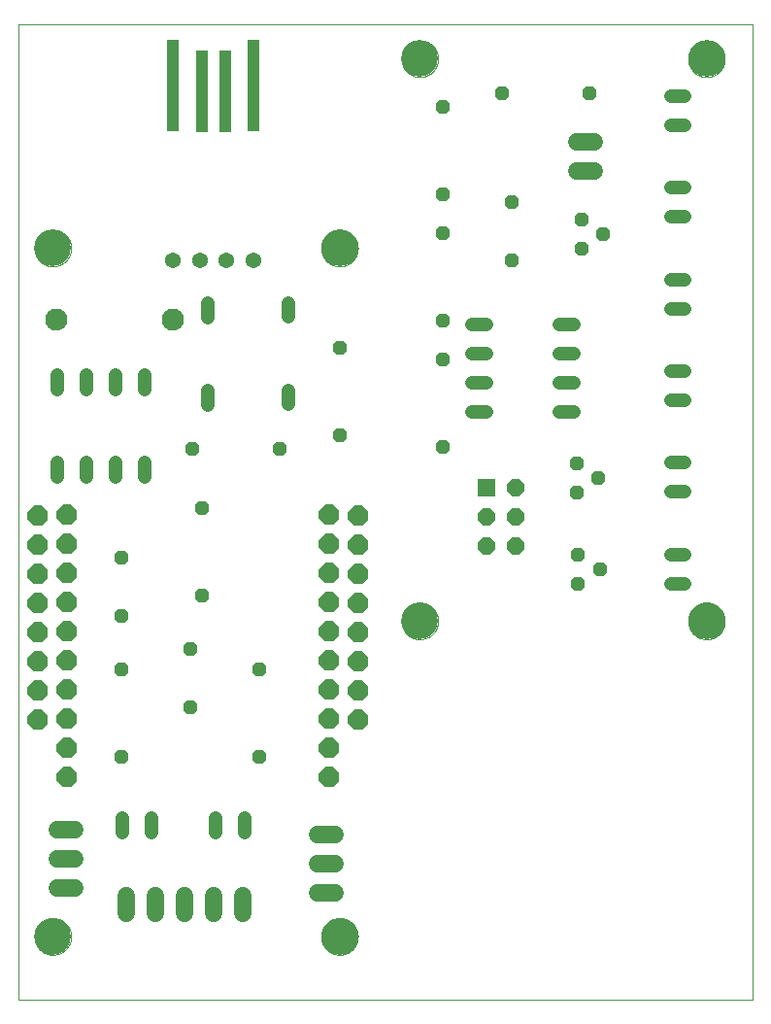
<source format=gts>
G75*
%MOIN*%
%OFA0B0*%
%FSLAX25Y25*%
%IPPOS*%
%LPD*%
%AMOC8*
5,1,8,0,0,1.08239X$1,22.5*
%
%ADD10C,0.00000*%
%ADD11C,0.12598*%
%ADD12C,0.07600*%
%ADD13C,0.04800*%
%ADD14OC8,0.07000*%
%ADD15R,0.06000X0.06000*%
%ADD16OC8,0.06000*%
%ADD17C,0.06000*%
%ADD18OC8,0.04800*%
%ADD19R,0.03937X0.31811*%
%ADD20R,0.03937X0.27953*%
%ADD21C,0.05400*%
D10*
X0001000Y0001000D02*
X0001000Y0335646D01*
X0252969Y0335646D01*
X0252969Y0001000D01*
X0001000Y0001000D01*
X0006512Y0022654D02*
X0006514Y0022812D01*
X0006520Y0022970D01*
X0006530Y0023128D01*
X0006544Y0023286D01*
X0006562Y0023443D01*
X0006583Y0023600D01*
X0006609Y0023756D01*
X0006639Y0023912D01*
X0006672Y0024067D01*
X0006710Y0024220D01*
X0006751Y0024373D01*
X0006796Y0024525D01*
X0006845Y0024676D01*
X0006898Y0024825D01*
X0006954Y0024973D01*
X0007014Y0025119D01*
X0007078Y0025264D01*
X0007146Y0025407D01*
X0007217Y0025549D01*
X0007291Y0025689D01*
X0007369Y0025826D01*
X0007451Y0025962D01*
X0007535Y0026096D01*
X0007624Y0026227D01*
X0007715Y0026356D01*
X0007810Y0026483D01*
X0007907Y0026608D01*
X0008008Y0026730D01*
X0008112Y0026849D01*
X0008219Y0026966D01*
X0008329Y0027080D01*
X0008442Y0027191D01*
X0008557Y0027300D01*
X0008675Y0027405D01*
X0008796Y0027507D01*
X0008919Y0027607D01*
X0009045Y0027703D01*
X0009173Y0027796D01*
X0009303Y0027886D01*
X0009436Y0027972D01*
X0009571Y0028056D01*
X0009707Y0028135D01*
X0009846Y0028212D01*
X0009987Y0028284D01*
X0010129Y0028354D01*
X0010273Y0028419D01*
X0010419Y0028481D01*
X0010566Y0028539D01*
X0010715Y0028594D01*
X0010865Y0028645D01*
X0011016Y0028692D01*
X0011168Y0028735D01*
X0011321Y0028774D01*
X0011476Y0028810D01*
X0011631Y0028841D01*
X0011787Y0028869D01*
X0011943Y0028893D01*
X0012100Y0028913D01*
X0012258Y0028929D01*
X0012415Y0028941D01*
X0012574Y0028949D01*
X0012732Y0028953D01*
X0012890Y0028953D01*
X0013048Y0028949D01*
X0013207Y0028941D01*
X0013364Y0028929D01*
X0013522Y0028913D01*
X0013679Y0028893D01*
X0013835Y0028869D01*
X0013991Y0028841D01*
X0014146Y0028810D01*
X0014301Y0028774D01*
X0014454Y0028735D01*
X0014606Y0028692D01*
X0014757Y0028645D01*
X0014907Y0028594D01*
X0015056Y0028539D01*
X0015203Y0028481D01*
X0015349Y0028419D01*
X0015493Y0028354D01*
X0015635Y0028284D01*
X0015776Y0028212D01*
X0015915Y0028135D01*
X0016051Y0028056D01*
X0016186Y0027972D01*
X0016319Y0027886D01*
X0016449Y0027796D01*
X0016577Y0027703D01*
X0016703Y0027607D01*
X0016826Y0027507D01*
X0016947Y0027405D01*
X0017065Y0027300D01*
X0017180Y0027191D01*
X0017293Y0027080D01*
X0017403Y0026966D01*
X0017510Y0026849D01*
X0017614Y0026730D01*
X0017715Y0026608D01*
X0017812Y0026483D01*
X0017907Y0026356D01*
X0017998Y0026227D01*
X0018087Y0026096D01*
X0018171Y0025962D01*
X0018253Y0025826D01*
X0018331Y0025689D01*
X0018405Y0025549D01*
X0018476Y0025407D01*
X0018544Y0025264D01*
X0018608Y0025119D01*
X0018668Y0024973D01*
X0018724Y0024825D01*
X0018777Y0024676D01*
X0018826Y0024525D01*
X0018871Y0024373D01*
X0018912Y0024220D01*
X0018950Y0024067D01*
X0018983Y0023912D01*
X0019013Y0023756D01*
X0019039Y0023600D01*
X0019060Y0023443D01*
X0019078Y0023286D01*
X0019092Y0023128D01*
X0019102Y0022970D01*
X0019108Y0022812D01*
X0019110Y0022654D01*
X0019108Y0022496D01*
X0019102Y0022338D01*
X0019092Y0022180D01*
X0019078Y0022022D01*
X0019060Y0021865D01*
X0019039Y0021708D01*
X0019013Y0021552D01*
X0018983Y0021396D01*
X0018950Y0021241D01*
X0018912Y0021088D01*
X0018871Y0020935D01*
X0018826Y0020783D01*
X0018777Y0020632D01*
X0018724Y0020483D01*
X0018668Y0020335D01*
X0018608Y0020189D01*
X0018544Y0020044D01*
X0018476Y0019901D01*
X0018405Y0019759D01*
X0018331Y0019619D01*
X0018253Y0019482D01*
X0018171Y0019346D01*
X0018087Y0019212D01*
X0017998Y0019081D01*
X0017907Y0018952D01*
X0017812Y0018825D01*
X0017715Y0018700D01*
X0017614Y0018578D01*
X0017510Y0018459D01*
X0017403Y0018342D01*
X0017293Y0018228D01*
X0017180Y0018117D01*
X0017065Y0018008D01*
X0016947Y0017903D01*
X0016826Y0017801D01*
X0016703Y0017701D01*
X0016577Y0017605D01*
X0016449Y0017512D01*
X0016319Y0017422D01*
X0016186Y0017336D01*
X0016051Y0017252D01*
X0015915Y0017173D01*
X0015776Y0017096D01*
X0015635Y0017024D01*
X0015493Y0016954D01*
X0015349Y0016889D01*
X0015203Y0016827D01*
X0015056Y0016769D01*
X0014907Y0016714D01*
X0014757Y0016663D01*
X0014606Y0016616D01*
X0014454Y0016573D01*
X0014301Y0016534D01*
X0014146Y0016498D01*
X0013991Y0016467D01*
X0013835Y0016439D01*
X0013679Y0016415D01*
X0013522Y0016395D01*
X0013364Y0016379D01*
X0013207Y0016367D01*
X0013048Y0016359D01*
X0012890Y0016355D01*
X0012732Y0016355D01*
X0012574Y0016359D01*
X0012415Y0016367D01*
X0012258Y0016379D01*
X0012100Y0016395D01*
X0011943Y0016415D01*
X0011787Y0016439D01*
X0011631Y0016467D01*
X0011476Y0016498D01*
X0011321Y0016534D01*
X0011168Y0016573D01*
X0011016Y0016616D01*
X0010865Y0016663D01*
X0010715Y0016714D01*
X0010566Y0016769D01*
X0010419Y0016827D01*
X0010273Y0016889D01*
X0010129Y0016954D01*
X0009987Y0017024D01*
X0009846Y0017096D01*
X0009707Y0017173D01*
X0009571Y0017252D01*
X0009436Y0017336D01*
X0009303Y0017422D01*
X0009173Y0017512D01*
X0009045Y0017605D01*
X0008919Y0017701D01*
X0008796Y0017801D01*
X0008675Y0017903D01*
X0008557Y0018008D01*
X0008442Y0018117D01*
X0008329Y0018228D01*
X0008219Y0018342D01*
X0008112Y0018459D01*
X0008008Y0018578D01*
X0007907Y0018700D01*
X0007810Y0018825D01*
X0007715Y0018952D01*
X0007624Y0019081D01*
X0007535Y0019212D01*
X0007451Y0019346D01*
X0007369Y0019482D01*
X0007291Y0019619D01*
X0007217Y0019759D01*
X0007146Y0019901D01*
X0007078Y0020044D01*
X0007014Y0020189D01*
X0006954Y0020335D01*
X0006898Y0020483D01*
X0006845Y0020632D01*
X0006796Y0020783D01*
X0006751Y0020935D01*
X0006710Y0021088D01*
X0006672Y0021241D01*
X0006639Y0021396D01*
X0006609Y0021552D01*
X0006583Y0021708D01*
X0006562Y0021865D01*
X0006544Y0022022D01*
X0006530Y0022180D01*
X0006520Y0022338D01*
X0006514Y0022496D01*
X0006512Y0022654D01*
X0104937Y0022654D02*
X0104939Y0022812D01*
X0104945Y0022970D01*
X0104955Y0023128D01*
X0104969Y0023286D01*
X0104987Y0023443D01*
X0105008Y0023600D01*
X0105034Y0023756D01*
X0105064Y0023912D01*
X0105097Y0024067D01*
X0105135Y0024220D01*
X0105176Y0024373D01*
X0105221Y0024525D01*
X0105270Y0024676D01*
X0105323Y0024825D01*
X0105379Y0024973D01*
X0105439Y0025119D01*
X0105503Y0025264D01*
X0105571Y0025407D01*
X0105642Y0025549D01*
X0105716Y0025689D01*
X0105794Y0025826D01*
X0105876Y0025962D01*
X0105960Y0026096D01*
X0106049Y0026227D01*
X0106140Y0026356D01*
X0106235Y0026483D01*
X0106332Y0026608D01*
X0106433Y0026730D01*
X0106537Y0026849D01*
X0106644Y0026966D01*
X0106754Y0027080D01*
X0106867Y0027191D01*
X0106982Y0027300D01*
X0107100Y0027405D01*
X0107221Y0027507D01*
X0107344Y0027607D01*
X0107470Y0027703D01*
X0107598Y0027796D01*
X0107728Y0027886D01*
X0107861Y0027972D01*
X0107996Y0028056D01*
X0108132Y0028135D01*
X0108271Y0028212D01*
X0108412Y0028284D01*
X0108554Y0028354D01*
X0108698Y0028419D01*
X0108844Y0028481D01*
X0108991Y0028539D01*
X0109140Y0028594D01*
X0109290Y0028645D01*
X0109441Y0028692D01*
X0109593Y0028735D01*
X0109746Y0028774D01*
X0109901Y0028810D01*
X0110056Y0028841D01*
X0110212Y0028869D01*
X0110368Y0028893D01*
X0110525Y0028913D01*
X0110683Y0028929D01*
X0110840Y0028941D01*
X0110999Y0028949D01*
X0111157Y0028953D01*
X0111315Y0028953D01*
X0111473Y0028949D01*
X0111632Y0028941D01*
X0111789Y0028929D01*
X0111947Y0028913D01*
X0112104Y0028893D01*
X0112260Y0028869D01*
X0112416Y0028841D01*
X0112571Y0028810D01*
X0112726Y0028774D01*
X0112879Y0028735D01*
X0113031Y0028692D01*
X0113182Y0028645D01*
X0113332Y0028594D01*
X0113481Y0028539D01*
X0113628Y0028481D01*
X0113774Y0028419D01*
X0113918Y0028354D01*
X0114060Y0028284D01*
X0114201Y0028212D01*
X0114340Y0028135D01*
X0114476Y0028056D01*
X0114611Y0027972D01*
X0114744Y0027886D01*
X0114874Y0027796D01*
X0115002Y0027703D01*
X0115128Y0027607D01*
X0115251Y0027507D01*
X0115372Y0027405D01*
X0115490Y0027300D01*
X0115605Y0027191D01*
X0115718Y0027080D01*
X0115828Y0026966D01*
X0115935Y0026849D01*
X0116039Y0026730D01*
X0116140Y0026608D01*
X0116237Y0026483D01*
X0116332Y0026356D01*
X0116423Y0026227D01*
X0116512Y0026096D01*
X0116596Y0025962D01*
X0116678Y0025826D01*
X0116756Y0025689D01*
X0116830Y0025549D01*
X0116901Y0025407D01*
X0116969Y0025264D01*
X0117033Y0025119D01*
X0117093Y0024973D01*
X0117149Y0024825D01*
X0117202Y0024676D01*
X0117251Y0024525D01*
X0117296Y0024373D01*
X0117337Y0024220D01*
X0117375Y0024067D01*
X0117408Y0023912D01*
X0117438Y0023756D01*
X0117464Y0023600D01*
X0117485Y0023443D01*
X0117503Y0023286D01*
X0117517Y0023128D01*
X0117527Y0022970D01*
X0117533Y0022812D01*
X0117535Y0022654D01*
X0117533Y0022496D01*
X0117527Y0022338D01*
X0117517Y0022180D01*
X0117503Y0022022D01*
X0117485Y0021865D01*
X0117464Y0021708D01*
X0117438Y0021552D01*
X0117408Y0021396D01*
X0117375Y0021241D01*
X0117337Y0021088D01*
X0117296Y0020935D01*
X0117251Y0020783D01*
X0117202Y0020632D01*
X0117149Y0020483D01*
X0117093Y0020335D01*
X0117033Y0020189D01*
X0116969Y0020044D01*
X0116901Y0019901D01*
X0116830Y0019759D01*
X0116756Y0019619D01*
X0116678Y0019482D01*
X0116596Y0019346D01*
X0116512Y0019212D01*
X0116423Y0019081D01*
X0116332Y0018952D01*
X0116237Y0018825D01*
X0116140Y0018700D01*
X0116039Y0018578D01*
X0115935Y0018459D01*
X0115828Y0018342D01*
X0115718Y0018228D01*
X0115605Y0018117D01*
X0115490Y0018008D01*
X0115372Y0017903D01*
X0115251Y0017801D01*
X0115128Y0017701D01*
X0115002Y0017605D01*
X0114874Y0017512D01*
X0114744Y0017422D01*
X0114611Y0017336D01*
X0114476Y0017252D01*
X0114340Y0017173D01*
X0114201Y0017096D01*
X0114060Y0017024D01*
X0113918Y0016954D01*
X0113774Y0016889D01*
X0113628Y0016827D01*
X0113481Y0016769D01*
X0113332Y0016714D01*
X0113182Y0016663D01*
X0113031Y0016616D01*
X0112879Y0016573D01*
X0112726Y0016534D01*
X0112571Y0016498D01*
X0112416Y0016467D01*
X0112260Y0016439D01*
X0112104Y0016415D01*
X0111947Y0016395D01*
X0111789Y0016379D01*
X0111632Y0016367D01*
X0111473Y0016359D01*
X0111315Y0016355D01*
X0111157Y0016355D01*
X0110999Y0016359D01*
X0110840Y0016367D01*
X0110683Y0016379D01*
X0110525Y0016395D01*
X0110368Y0016415D01*
X0110212Y0016439D01*
X0110056Y0016467D01*
X0109901Y0016498D01*
X0109746Y0016534D01*
X0109593Y0016573D01*
X0109441Y0016616D01*
X0109290Y0016663D01*
X0109140Y0016714D01*
X0108991Y0016769D01*
X0108844Y0016827D01*
X0108698Y0016889D01*
X0108554Y0016954D01*
X0108412Y0017024D01*
X0108271Y0017096D01*
X0108132Y0017173D01*
X0107996Y0017252D01*
X0107861Y0017336D01*
X0107728Y0017422D01*
X0107598Y0017512D01*
X0107470Y0017605D01*
X0107344Y0017701D01*
X0107221Y0017801D01*
X0107100Y0017903D01*
X0106982Y0018008D01*
X0106867Y0018117D01*
X0106754Y0018228D01*
X0106644Y0018342D01*
X0106537Y0018459D01*
X0106433Y0018578D01*
X0106332Y0018700D01*
X0106235Y0018825D01*
X0106140Y0018952D01*
X0106049Y0019081D01*
X0105960Y0019212D01*
X0105876Y0019346D01*
X0105794Y0019482D01*
X0105716Y0019619D01*
X0105642Y0019759D01*
X0105571Y0019901D01*
X0105503Y0020044D01*
X0105439Y0020189D01*
X0105379Y0020335D01*
X0105323Y0020483D01*
X0105270Y0020632D01*
X0105221Y0020783D01*
X0105176Y0020935D01*
X0105135Y0021088D01*
X0105097Y0021241D01*
X0105064Y0021396D01*
X0105034Y0021552D01*
X0105008Y0021708D01*
X0104987Y0021865D01*
X0104969Y0022022D01*
X0104955Y0022180D01*
X0104945Y0022338D01*
X0104939Y0022496D01*
X0104937Y0022654D01*
X0132496Y0130921D02*
X0132498Y0131079D01*
X0132504Y0131237D01*
X0132514Y0131395D01*
X0132528Y0131553D01*
X0132546Y0131710D01*
X0132567Y0131867D01*
X0132593Y0132023D01*
X0132623Y0132179D01*
X0132656Y0132334D01*
X0132694Y0132487D01*
X0132735Y0132640D01*
X0132780Y0132792D01*
X0132829Y0132943D01*
X0132882Y0133092D01*
X0132938Y0133240D01*
X0132998Y0133386D01*
X0133062Y0133531D01*
X0133130Y0133674D01*
X0133201Y0133816D01*
X0133275Y0133956D01*
X0133353Y0134093D01*
X0133435Y0134229D01*
X0133519Y0134363D01*
X0133608Y0134494D01*
X0133699Y0134623D01*
X0133794Y0134750D01*
X0133891Y0134875D01*
X0133992Y0134997D01*
X0134096Y0135116D01*
X0134203Y0135233D01*
X0134313Y0135347D01*
X0134426Y0135458D01*
X0134541Y0135567D01*
X0134659Y0135672D01*
X0134780Y0135774D01*
X0134903Y0135874D01*
X0135029Y0135970D01*
X0135157Y0136063D01*
X0135287Y0136153D01*
X0135420Y0136239D01*
X0135555Y0136323D01*
X0135691Y0136402D01*
X0135830Y0136479D01*
X0135971Y0136551D01*
X0136113Y0136621D01*
X0136257Y0136686D01*
X0136403Y0136748D01*
X0136550Y0136806D01*
X0136699Y0136861D01*
X0136849Y0136912D01*
X0137000Y0136959D01*
X0137152Y0137002D01*
X0137305Y0137041D01*
X0137460Y0137077D01*
X0137615Y0137108D01*
X0137771Y0137136D01*
X0137927Y0137160D01*
X0138084Y0137180D01*
X0138242Y0137196D01*
X0138399Y0137208D01*
X0138558Y0137216D01*
X0138716Y0137220D01*
X0138874Y0137220D01*
X0139032Y0137216D01*
X0139191Y0137208D01*
X0139348Y0137196D01*
X0139506Y0137180D01*
X0139663Y0137160D01*
X0139819Y0137136D01*
X0139975Y0137108D01*
X0140130Y0137077D01*
X0140285Y0137041D01*
X0140438Y0137002D01*
X0140590Y0136959D01*
X0140741Y0136912D01*
X0140891Y0136861D01*
X0141040Y0136806D01*
X0141187Y0136748D01*
X0141333Y0136686D01*
X0141477Y0136621D01*
X0141619Y0136551D01*
X0141760Y0136479D01*
X0141899Y0136402D01*
X0142035Y0136323D01*
X0142170Y0136239D01*
X0142303Y0136153D01*
X0142433Y0136063D01*
X0142561Y0135970D01*
X0142687Y0135874D01*
X0142810Y0135774D01*
X0142931Y0135672D01*
X0143049Y0135567D01*
X0143164Y0135458D01*
X0143277Y0135347D01*
X0143387Y0135233D01*
X0143494Y0135116D01*
X0143598Y0134997D01*
X0143699Y0134875D01*
X0143796Y0134750D01*
X0143891Y0134623D01*
X0143982Y0134494D01*
X0144071Y0134363D01*
X0144155Y0134229D01*
X0144237Y0134093D01*
X0144315Y0133956D01*
X0144389Y0133816D01*
X0144460Y0133674D01*
X0144528Y0133531D01*
X0144592Y0133386D01*
X0144652Y0133240D01*
X0144708Y0133092D01*
X0144761Y0132943D01*
X0144810Y0132792D01*
X0144855Y0132640D01*
X0144896Y0132487D01*
X0144934Y0132334D01*
X0144967Y0132179D01*
X0144997Y0132023D01*
X0145023Y0131867D01*
X0145044Y0131710D01*
X0145062Y0131553D01*
X0145076Y0131395D01*
X0145086Y0131237D01*
X0145092Y0131079D01*
X0145094Y0130921D01*
X0145092Y0130763D01*
X0145086Y0130605D01*
X0145076Y0130447D01*
X0145062Y0130289D01*
X0145044Y0130132D01*
X0145023Y0129975D01*
X0144997Y0129819D01*
X0144967Y0129663D01*
X0144934Y0129508D01*
X0144896Y0129355D01*
X0144855Y0129202D01*
X0144810Y0129050D01*
X0144761Y0128899D01*
X0144708Y0128750D01*
X0144652Y0128602D01*
X0144592Y0128456D01*
X0144528Y0128311D01*
X0144460Y0128168D01*
X0144389Y0128026D01*
X0144315Y0127886D01*
X0144237Y0127749D01*
X0144155Y0127613D01*
X0144071Y0127479D01*
X0143982Y0127348D01*
X0143891Y0127219D01*
X0143796Y0127092D01*
X0143699Y0126967D01*
X0143598Y0126845D01*
X0143494Y0126726D01*
X0143387Y0126609D01*
X0143277Y0126495D01*
X0143164Y0126384D01*
X0143049Y0126275D01*
X0142931Y0126170D01*
X0142810Y0126068D01*
X0142687Y0125968D01*
X0142561Y0125872D01*
X0142433Y0125779D01*
X0142303Y0125689D01*
X0142170Y0125603D01*
X0142035Y0125519D01*
X0141899Y0125440D01*
X0141760Y0125363D01*
X0141619Y0125291D01*
X0141477Y0125221D01*
X0141333Y0125156D01*
X0141187Y0125094D01*
X0141040Y0125036D01*
X0140891Y0124981D01*
X0140741Y0124930D01*
X0140590Y0124883D01*
X0140438Y0124840D01*
X0140285Y0124801D01*
X0140130Y0124765D01*
X0139975Y0124734D01*
X0139819Y0124706D01*
X0139663Y0124682D01*
X0139506Y0124662D01*
X0139348Y0124646D01*
X0139191Y0124634D01*
X0139032Y0124626D01*
X0138874Y0124622D01*
X0138716Y0124622D01*
X0138558Y0124626D01*
X0138399Y0124634D01*
X0138242Y0124646D01*
X0138084Y0124662D01*
X0137927Y0124682D01*
X0137771Y0124706D01*
X0137615Y0124734D01*
X0137460Y0124765D01*
X0137305Y0124801D01*
X0137152Y0124840D01*
X0137000Y0124883D01*
X0136849Y0124930D01*
X0136699Y0124981D01*
X0136550Y0125036D01*
X0136403Y0125094D01*
X0136257Y0125156D01*
X0136113Y0125221D01*
X0135971Y0125291D01*
X0135830Y0125363D01*
X0135691Y0125440D01*
X0135555Y0125519D01*
X0135420Y0125603D01*
X0135287Y0125689D01*
X0135157Y0125779D01*
X0135029Y0125872D01*
X0134903Y0125968D01*
X0134780Y0126068D01*
X0134659Y0126170D01*
X0134541Y0126275D01*
X0134426Y0126384D01*
X0134313Y0126495D01*
X0134203Y0126609D01*
X0134096Y0126726D01*
X0133992Y0126845D01*
X0133891Y0126967D01*
X0133794Y0127092D01*
X0133699Y0127219D01*
X0133608Y0127348D01*
X0133519Y0127479D01*
X0133435Y0127613D01*
X0133353Y0127749D01*
X0133275Y0127886D01*
X0133201Y0128026D01*
X0133130Y0128168D01*
X0133062Y0128311D01*
X0132998Y0128456D01*
X0132938Y0128602D01*
X0132882Y0128750D01*
X0132829Y0128899D01*
X0132780Y0129050D01*
X0132735Y0129202D01*
X0132694Y0129355D01*
X0132656Y0129508D01*
X0132623Y0129663D01*
X0132593Y0129819D01*
X0132567Y0129975D01*
X0132546Y0130132D01*
X0132528Y0130289D01*
X0132514Y0130447D01*
X0132504Y0130605D01*
X0132498Y0130763D01*
X0132496Y0130921D01*
X0104937Y0258874D02*
X0104939Y0259032D01*
X0104945Y0259190D01*
X0104955Y0259348D01*
X0104969Y0259506D01*
X0104987Y0259663D01*
X0105008Y0259820D01*
X0105034Y0259976D01*
X0105064Y0260132D01*
X0105097Y0260287D01*
X0105135Y0260440D01*
X0105176Y0260593D01*
X0105221Y0260745D01*
X0105270Y0260896D01*
X0105323Y0261045D01*
X0105379Y0261193D01*
X0105439Y0261339D01*
X0105503Y0261484D01*
X0105571Y0261627D01*
X0105642Y0261769D01*
X0105716Y0261909D01*
X0105794Y0262046D01*
X0105876Y0262182D01*
X0105960Y0262316D01*
X0106049Y0262447D01*
X0106140Y0262576D01*
X0106235Y0262703D01*
X0106332Y0262828D01*
X0106433Y0262950D01*
X0106537Y0263069D01*
X0106644Y0263186D01*
X0106754Y0263300D01*
X0106867Y0263411D01*
X0106982Y0263520D01*
X0107100Y0263625D01*
X0107221Y0263727D01*
X0107344Y0263827D01*
X0107470Y0263923D01*
X0107598Y0264016D01*
X0107728Y0264106D01*
X0107861Y0264192D01*
X0107996Y0264276D01*
X0108132Y0264355D01*
X0108271Y0264432D01*
X0108412Y0264504D01*
X0108554Y0264574D01*
X0108698Y0264639D01*
X0108844Y0264701D01*
X0108991Y0264759D01*
X0109140Y0264814D01*
X0109290Y0264865D01*
X0109441Y0264912D01*
X0109593Y0264955D01*
X0109746Y0264994D01*
X0109901Y0265030D01*
X0110056Y0265061D01*
X0110212Y0265089D01*
X0110368Y0265113D01*
X0110525Y0265133D01*
X0110683Y0265149D01*
X0110840Y0265161D01*
X0110999Y0265169D01*
X0111157Y0265173D01*
X0111315Y0265173D01*
X0111473Y0265169D01*
X0111632Y0265161D01*
X0111789Y0265149D01*
X0111947Y0265133D01*
X0112104Y0265113D01*
X0112260Y0265089D01*
X0112416Y0265061D01*
X0112571Y0265030D01*
X0112726Y0264994D01*
X0112879Y0264955D01*
X0113031Y0264912D01*
X0113182Y0264865D01*
X0113332Y0264814D01*
X0113481Y0264759D01*
X0113628Y0264701D01*
X0113774Y0264639D01*
X0113918Y0264574D01*
X0114060Y0264504D01*
X0114201Y0264432D01*
X0114340Y0264355D01*
X0114476Y0264276D01*
X0114611Y0264192D01*
X0114744Y0264106D01*
X0114874Y0264016D01*
X0115002Y0263923D01*
X0115128Y0263827D01*
X0115251Y0263727D01*
X0115372Y0263625D01*
X0115490Y0263520D01*
X0115605Y0263411D01*
X0115718Y0263300D01*
X0115828Y0263186D01*
X0115935Y0263069D01*
X0116039Y0262950D01*
X0116140Y0262828D01*
X0116237Y0262703D01*
X0116332Y0262576D01*
X0116423Y0262447D01*
X0116512Y0262316D01*
X0116596Y0262182D01*
X0116678Y0262046D01*
X0116756Y0261909D01*
X0116830Y0261769D01*
X0116901Y0261627D01*
X0116969Y0261484D01*
X0117033Y0261339D01*
X0117093Y0261193D01*
X0117149Y0261045D01*
X0117202Y0260896D01*
X0117251Y0260745D01*
X0117296Y0260593D01*
X0117337Y0260440D01*
X0117375Y0260287D01*
X0117408Y0260132D01*
X0117438Y0259976D01*
X0117464Y0259820D01*
X0117485Y0259663D01*
X0117503Y0259506D01*
X0117517Y0259348D01*
X0117527Y0259190D01*
X0117533Y0259032D01*
X0117535Y0258874D01*
X0117533Y0258716D01*
X0117527Y0258558D01*
X0117517Y0258400D01*
X0117503Y0258242D01*
X0117485Y0258085D01*
X0117464Y0257928D01*
X0117438Y0257772D01*
X0117408Y0257616D01*
X0117375Y0257461D01*
X0117337Y0257308D01*
X0117296Y0257155D01*
X0117251Y0257003D01*
X0117202Y0256852D01*
X0117149Y0256703D01*
X0117093Y0256555D01*
X0117033Y0256409D01*
X0116969Y0256264D01*
X0116901Y0256121D01*
X0116830Y0255979D01*
X0116756Y0255839D01*
X0116678Y0255702D01*
X0116596Y0255566D01*
X0116512Y0255432D01*
X0116423Y0255301D01*
X0116332Y0255172D01*
X0116237Y0255045D01*
X0116140Y0254920D01*
X0116039Y0254798D01*
X0115935Y0254679D01*
X0115828Y0254562D01*
X0115718Y0254448D01*
X0115605Y0254337D01*
X0115490Y0254228D01*
X0115372Y0254123D01*
X0115251Y0254021D01*
X0115128Y0253921D01*
X0115002Y0253825D01*
X0114874Y0253732D01*
X0114744Y0253642D01*
X0114611Y0253556D01*
X0114476Y0253472D01*
X0114340Y0253393D01*
X0114201Y0253316D01*
X0114060Y0253244D01*
X0113918Y0253174D01*
X0113774Y0253109D01*
X0113628Y0253047D01*
X0113481Y0252989D01*
X0113332Y0252934D01*
X0113182Y0252883D01*
X0113031Y0252836D01*
X0112879Y0252793D01*
X0112726Y0252754D01*
X0112571Y0252718D01*
X0112416Y0252687D01*
X0112260Y0252659D01*
X0112104Y0252635D01*
X0111947Y0252615D01*
X0111789Y0252599D01*
X0111632Y0252587D01*
X0111473Y0252579D01*
X0111315Y0252575D01*
X0111157Y0252575D01*
X0110999Y0252579D01*
X0110840Y0252587D01*
X0110683Y0252599D01*
X0110525Y0252615D01*
X0110368Y0252635D01*
X0110212Y0252659D01*
X0110056Y0252687D01*
X0109901Y0252718D01*
X0109746Y0252754D01*
X0109593Y0252793D01*
X0109441Y0252836D01*
X0109290Y0252883D01*
X0109140Y0252934D01*
X0108991Y0252989D01*
X0108844Y0253047D01*
X0108698Y0253109D01*
X0108554Y0253174D01*
X0108412Y0253244D01*
X0108271Y0253316D01*
X0108132Y0253393D01*
X0107996Y0253472D01*
X0107861Y0253556D01*
X0107728Y0253642D01*
X0107598Y0253732D01*
X0107470Y0253825D01*
X0107344Y0253921D01*
X0107221Y0254021D01*
X0107100Y0254123D01*
X0106982Y0254228D01*
X0106867Y0254337D01*
X0106754Y0254448D01*
X0106644Y0254562D01*
X0106537Y0254679D01*
X0106433Y0254798D01*
X0106332Y0254920D01*
X0106235Y0255045D01*
X0106140Y0255172D01*
X0106049Y0255301D01*
X0105960Y0255432D01*
X0105876Y0255566D01*
X0105794Y0255702D01*
X0105716Y0255839D01*
X0105642Y0255979D01*
X0105571Y0256121D01*
X0105503Y0256264D01*
X0105439Y0256409D01*
X0105379Y0256555D01*
X0105323Y0256703D01*
X0105270Y0256852D01*
X0105221Y0257003D01*
X0105176Y0257155D01*
X0105135Y0257308D01*
X0105097Y0257461D01*
X0105064Y0257616D01*
X0105034Y0257772D01*
X0105008Y0257928D01*
X0104987Y0258085D01*
X0104969Y0258242D01*
X0104955Y0258400D01*
X0104945Y0258558D01*
X0104939Y0258716D01*
X0104937Y0258874D01*
X0132496Y0323835D02*
X0132498Y0323993D01*
X0132504Y0324151D01*
X0132514Y0324309D01*
X0132528Y0324467D01*
X0132546Y0324624D01*
X0132567Y0324781D01*
X0132593Y0324937D01*
X0132623Y0325093D01*
X0132656Y0325248D01*
X0132694Y0325401D01*
X0132735Y0325554D01*
X0132780Y0325706D01*
X0132829Y0325857D01*
X0132882Y0326006D01*
X0132938Y0326154D01*
X0132998Y0326300D01*
X0133062Y0326445D01*
X0133130Y0326588D01*
X0133201Y0326730D01*
X0133275Y0326870D01*
X0133353Y0327007D01*
X0133435Y0327143D01*
X0133519Y0327277D01*
X0133608Y0327408D01*
X0133699Y0327537D01*
X0133794Y0327664D01*
X0133891Y0327789D01*
X0133992Y0327911D01*
X0134096Y0328030D01*
X0134203Y0328147D01*
X0134313Y0328261D01*
X0134426Y0328372D01*
X0134541Y0328481D01*
X0134659Y0328586D01*
X0134780Y0328688D01*
X0134903Y0328788D01*
X0135029Y0328884D01*
X0135157Y0328977D01*
X0135287Y0329067D01*
X0135420Y0329153D01*
X0135555Y0329237D01*
X0135691Y0329316D01*
X0135830Y0329393D01*
X0135971Y0329465D01*
X0136113Y0329535D01*
X0136257Y0329600D01*
X0136403Y0329662D01*
X0136550Y0329720D01*
X0136699Y0329775D01*
X0136849Y0329826D01*
X0137000Y0329873D01*
X0137152Y0329916D01*
X0137305Y0329955D01*
X0137460Y0329991D01*
X0137615Y0330022D01*
X0137771Y0330050D01*
X0137927Y0330074D01*
X0138084Y0330094D01*
X0138242Y0330110D01*
X0138399Y0330122D01*
X0138558Y0330130D01*
X0138716Y0330134D01*
X0138874Y0330134D01*
X0139032Y0330130D01*
X0139191Y0330122D01*
X0139348Y0330110D01*
X0139506Y0330094D01*
X0139663Y0330074D01*
X0139819Y0330050D01*
X0139975Y0330022D01*
X0140130Y0329991D01*
X0140285Y0329955D01*
X0140438Y0329916D01*
X0140590Y0329873D01*
X0140741Y0329826D01*
X0140891Y0329775D01*
X0141040Y0329720D01*
X0141187Y0329662D01*
X0141333Y0329600D01*
X0141477Y0329535D01*
X0141619Y0329465D01*
X0141760Y0329393D01*
X0141899Y0329316D01*
X0142035Y0329237D01*
X0142170Y0329153D01*
X0142303Y0329067D01*
X0142433Y0328977D01*
X0142561Y0328884D01*
X0142687Y0328788D01*
X0142810Y0328688D01*
X0142931Y0328586D01*
X0143049Y0328481D01*
X0143164Y0328372D01*
X0143277Y0328261D01*
X0143387Y0328147D01*
X0143494Y0328030D01*
X0143598Y0327911D01*
X0143699Y0327789D01*
X0143796Y0327664D01*
X0143891Y0327537D01*
X0143982Y0327408D01*
X0144071Y0327277D01*
X0144155Y0327143D01*
X0144237Y0327007D01*
X0144315Y0326870D01*
X0144389Y0326730D01*
X0144460Y0326588D01*
X0144528Y0326445D01*
X0144592Y0326300D01*
X0144652Y0326154D01*
X0144708Y0326006D01*
X0144761Y0325857D01*
X0144810Y0325706D01*
X0144855Y0325554D01*
X0144896Y0325401D01*
X0144934Y0325248D01*
X0144967Y0325093D01*
X0144997Y0324937D01*
X0145023Y0324781D01*
X0145044Y0324624D01*
X0145062Y0324467D01*
X0145076Y0324309D01*
X0145086Y0324151D01*
X0145092Y0323993D01*
X0145094Y0323835D01*
X0145092Y0323677D01*
X0145086Y0323519D01*
X0145076Y0323361D01*
X0145062Y0323203D01*
X0145044Y0323046D01*
X0145023Y0322889D01*
X0144997Y0322733D01*
X0144967Y0322577D01*
X0144934Y0322422D01*
X0144896Y0322269D01*
X0144855Y0322116D01*
X0144810Y0321964D01*
X0144761Y0321813D01*
X0144708Y0321664D01*
X0144652Y0321516D01*
X0144592Y0321370D01*
X0144528Y0321225D01*
X0144460Y0321082D01*
X0144389Y0320940D01*
X0144315Y0320800D01*
X0144237Y0320663D01*
X0144155Y0320527D01*
X0144071Y0320393D01*
X0143982Y0320262D01*
X0143891Y0320133D01*
X0143796Y0320006D01*
X0143699Y0319881D01*
X0143598Y0319759D01*
X0143494Y0319640D01*
X0143387Y0319523D01*
X0143277Y0319409D01*
X0143164Y0319298D01*
X0143049Y0319189D01*
X0142931Y0319084D01*
X0142810Y0318982D01*
X0142687Y0318882D01*
X0142561Y0318786D01*
X0142433Y0318693D01*
X0142303Y0318603D01*
X0142170Y0318517D01*
X0142035Y0318433D01*
X0141899Y0318354D01*
X0141760Y0318277D01*
X0141619Y0318205D01*
X0141477Y0318135D01*
X0141333Y0318070D01*
X0141187Y0318008D01*
X0141040Y0317950D01*
X0140891Y0317895D01*
X0140741Y0317844D01*
X0140590Y0317797D01*
X0140438Y0317754D01*
X0140285Y0317715D01*
X0140130Y0317679D01*
X0139975Y0317648D01*
X0139819Y0317620D01*
X0139663Y0317596D01*
X0139506Y0317576D01*
X0139348Y0317560D01*
X0139191Y0317548D01*
X0139032Y0317540D01*
X0138874Y0317536D01*
X0138716Y0317536D01*
X0138558Y0317540D01*
X0138399Y0317548D01*
X0138242Y0317560D01*
X0138084Y0317576D01*
X0137927Y0317596D01*
X0137771Y0317620D01*
X0137615Y0317648D01*
X0137460Y0317679D01*
X0137305Y0317715D01*
X0137152Y0317754D01*
X0137000Y0317797D01*
X0136849Y0317844D01*
X0136699Y0317895D01*
X0136550Y0317950D01*
X0136403Y0318008D01*
X0136257Y0318070D01*
X0136113Y0318135D01*
X0135971Y0318205D01*
X0135830Y0318277D01*
X0135691Y0318354D01*
X0135555Y0318433D01*
X0135420Y0318517D01*
X0135287Y0318603D01*
X0135157Y0318693D01*
X0135029Y0318786D01*
X0134903Y0318882D01*
X0134780Y0318982D01*
X0134659Y0319084D01*
X0134541Y0319189D01*
X0134426Y0319298D01*
X0134313Y0319409D01*
X0134203Y0319523D01*
X0134096Y0319640D01*
X0133992Y0319759D01*
X0133891Y0319881D01*
X0133794Y0320006D01*
X0133699Y0320133D01*
X0133608Y0320262D01*
X0133519Y0320393D01*
X0133435Y0320527D01*
X0133353Y0320663D01*
X0133275Y0320800D01*
X0133201Y0320940D01*
X0133130Y0321082D01*
X0133062Y0321225D01*
X0132998Y0321370D01*
X0132938Y0321516D01*
X0132882Y0321664D01*
X0132829Y0321813D01*
X0132780Y0321964D01*
X0132735Y0322116D01*
X0132694Y0322269D01*
X0132656Y0322422D01*
X0132623Y0322577D01*
X0132593Y0322733D01*
X0132567Y0322889D01*
X0132546Y0323046D01*
X0132528Y0323203D01*
X0132514Y0323361D01*
X0132504Y0323519D01*
X0132498Y0323677D01*
X0132496Y0323835D01*
X0230921Y0323835D02*
X0230923Y0323993D01*
X0230929Y0324151D01*
X0230939Y0324309D01*
X0230953Y0324467D01*
X0230971Y0324624D01*
X0230992Y0324781D01*
X0231018Y0324937D01*
X0231048Y0325093D01*
X0231081Y0325248D01*
X0231119Y0325401D01*
X0231160Y0325554D01*
X0231205Y0325706D01*
X0231254Y0325857D01*
X0231307Y0326006D01*
X0231363Y0326154D01*
X0231423Y0326300D01*
X0231487Y0326445D01*
X0231555Y0326588D01*
X0231626Y0326730D01*
X0231700Y0326870D01*
X0231778Y0327007D01*
X0231860Y0327143D01*
X0231944Y0327277D01*
X0232033Y0327408D01*
X0232124Y0327537D01*
X0232219Y0327664D01*
X0232316Y0327789D01*
X0232417Y0327911D01*
X0232521Y0328030D01*
X0232628Y0328147D01*
X0232738Y0328261D01*
X0232851Y0328372D01*
X0232966Y0328481D01*
X0233084Y0328586D01*
X0233205Y0328688D01*
X0233328Y0328788D01*
X0233454Y0328884D01*
X0233582Y0328977D01*
X0233712Y0329067D01*
X0233845Y0329153D01*
X0233980Y0329237D01*
X0234116Y0329316D01*
X0234255Y0329393D01*
X0234396Y0329465D01*
X0234538Y0329535D01*
X0234682Y0329600D01*
X0234828Y0329662D01*
X0234975Y0329720D01*
X0235124Y0329775D01*
X0235274Y0329826D01*
X0235425Y0329873D01*
X0235577Y0329916D01*
X0235730Y0329955D01*
X0235885Y0329991D01*
X0236040Y0330022D01*
X0236196Y0330050D01*
X0236352Y0330074D01*
X0236509Y0330094D01*
X0236667Y0330110D01*
X0236824Y0330122D01*
X0236983Y0330130D01*
X0237141Y0330134D01*
X0237299Y0330134D01*
X0237457Y0330130D01*
X0237616Y0330122D01*
X0237773Y0330110D01*
X0237931Y0330094D01*
X0238088Y0330074D01*
X0238244Y0330050D01*
X0238400Y0330022D01*
X0238555Y0329991D01*
X0238710Y0329955D01*
X0238863Y0329916D01*
X0239015Y0329873D01*
X0239166Y0329826D01*
X0239316Y0329775D01*
X0239465Y0329720D01*
X0239612Y0329662D01*
X0239758Y0329600D01*
X0239902Y0329535D01*
X0240044Y0329465D01*
X0240185Y0329393D01*
X0240324Y0329316D01*
X0240460Y0329237D01*
X0240595Y0329153D01*
X0240728Y0329067D01*
X0240858Y0328977D01*
X0240986Y0328884D01*
X0241112Y0328788D01*
X0241235Y0328688D01*
X0241356Y0328586D01*
X0241474Y0328481D01*
X0241589Y0328372D01*
X0241702Y0328261D01*
X0241812Y0328147D01*
X0241919Y0328030D01*
X0242023Y0327911D01*
X0242124Y0327789D01*
X0242221Y0327664D01*
X0242316Y0327537D01*
X0242407Y0327408D01*
X0242496Y0327277D01*
X0242580Y0327143D01*
X0242662Y0327007D01*
X0242740Y0326870D01*
X0242814Y0326730D01*
X0242885Y0326588D01*
X0242953Y0326445D01*
X0243017Y0326300D01*
X0243077Y0326154D01*
X0243133Y0326006D01*
X0243186Y0325857D01*
X0243235Y0325706D01*
X0243280Y0325554D01*
X0243321Y0325401D01*
X0243359Y0325248D01*
X0243392Y0325093D01*
X0243422Y0324937D01*
X0243448Y0324781D01*
X0243469Y0324624D01*
X0243487Y0324467D01*
X0243501Y0324309D01*
X0243511Y0324151D01*
X0243517Y0323993D01*
X0243519Y0323835D01*
X0243517Y0323677D01*
X0243511Y0323519D01*
X0243501Y0323361D01*
X0243487Y0323203D01*
X0243469Y0323046D01*
X0243448Y0322889D01*
X0243422Y0322733D01*
X0243392Y0322577D01*
X0243359Y0322422D01*
X0243321Y0322269D01*
X0243280Y0322116D01*
X0243235Y0321964D01*
X0243186Y0321813D01*
X0243133Y0321664D01*
X0243077Y0321516D01*
X0243017Y0321370D01*
X0242953Y0321225D01*
X0242885Y0321082D01*
X0242814Y0320940D01*
X0242740Y0320800D01*
X0242662Y0320663D01*
X0242580Y0320527D01*
X0242496Y0320393D01*
X0242407Y0320262D01*
X0242316Y0320133D01*
X0242221Y0320006D01*
X0242124Y0319881D01*
X0242023Y0319759D01*
X0241919Y0319640D01*
X0241812Y0319523D01*
X0241702Y0319409D01*
X0241589Y0319298D01*
X0241474Y0319189D01*
X0241356Y0319084D01*
X0241235Y0318982D01*
X0241112Y0318882D01*
X0240986Y0318786D01*
X0240858Y0318693D01*
X0240728Y0318603D01*
X0240595Y0318517D01*
X0240460Y0318433D01*
X0240324Y0318354D01*
X0240185Y0318277D01*
X0240044Y0318205D01*
X0239902Y0318135D01*
X0239758Y0318070D01*
X0239612Y0318008D01*
X0239465Y0317950D01*
X0239316Y0317895D01*
X0239166Y0317844D01*
X0239015Y0317797D01*
X0238863Y0317754D01*
X0238710Y0317715D01*
X0238555Y0317679D01*
X0238400Y0317648D01*
X0238244Y0317620D01*
X0238088Y0317596D01*
X0237931Y0317576D01*
X0237773Y0317560D01*
X0237616Y0317548D01*
X0237457Y0317540D01*
X0237299Y0317536D01*
X0237141Y0317536D01*
X0236983Y0317540D01*
X0236824Y0317548D01*
X0236667Y0317560D01*
X0236509Y0317576D01*
X0236352Y0317596D01*
X0236196Y0317620D01*
X0236040Y0317648D01*
X0235885Y0317679D01*
X0235730Y0317715D01*
X0235577Y0317754D01*
X0235425Y0317797D01*
X0235274Y0317844D01*
X0235124Y0317895D01*
X0234975Y0317950D01*
X0234828Y0318008D01*
X0234682Y0318070D01*
X0234538Y0318135D01*
X0234396Y0318205D01*
X0234255Y0318277D01*
X0234116Y0318354D01*
X0233980Y0318433D01*
X0233845Y0318517D01*
X0233712Y0318603D01*
X0233582Y0318693D01*
X0233454Y0318786D01*
X0233328Y0318882D01*
X0233205Y0318982D01*
X0233084Y0319084D01*
X0232966Y0319189D01*
X0232851Y0319298D01*
X0232738Y0319409D01*
X0232628Y0319523D01*
X0232521Y0319640D01*
X0232417Y0319759D01*
X0232316Y0319881D01*
X0232219Y0320006D01*
X0232124Y0320133D01*
X0232033Y0320262D01*
X0231944Y0320393D01*
X0231860Y0320527D01*
X0231778Y0320663D01*
X0231700Y0320800D01*
X0231626Y0320940D01*
X0231555Y0321082D01*
X0231487Y0321225D01*
X0231423Y0321370D01*
X0231363Y0321516D01*
X0231307Y0321664D01*
X0231254Y0321813D01*
X0231205Y0321964D01*
X0231160Y0322116D01*
X0231119Y0322269D01*
X0231081Y0322422D01*
X0231048Y0322577D01*
X0231018Y0322733D01*
X0230992Y0322889D01*
X0230971Y0323046D01*
X0230953Y0323203D01*
X0230939Y0323361D01*
X0230929Y0323519D01*
X0230923Y0323677D01*
X0230921Y0323835D01*
X0230921Y0130921D02*
X0230923Y0131079D01*
X0230929Y0131237D01*
X0230939Y0131395D01*
X0230953Y0131553D01*
X0230971Y0131710D01*
X0230992Y0131867D01*
X0231018Y0132023D01*
X0231048Y0132179D01*
X0231081Y0132334D01*
X0231119Y0132487D01*
X0231160Y0132640D01*
X0231205Y0132792D01*
X0231254Y0132943D01*
X0231307Y0133092D01*
X0231363Y0133240D01*
X0231423Y0133386D01*
X0231487Y0133531D01*
X0231555Y0133674D01*
X0231626Y0133816D01*
X0231700Y0133956D01*
X0231778Y0134093D01*
X0231860Y0134229D01*
X0231944Y0134363D01*
X0232033Y0134494D01*
X0232124Y0134623D01*
X0232219Y0134750D01*
X0232316Y0134875D01*
X0232417Y0134997D01*
X0232521Y0135116D01*
X0232628Y0135233D01*
X0232738Y0135347D01*
X0232851Y0135458D01*
X0232966Y0135567D01*
X0233084Y0135672D01*
X0233205Y0135774D01*
X0233328Y0135874D01*
X0233454Y0135970D01*
X0233582Y0136063D01*
X0233712Y0136153D01*
X0233845Y0136239D01*
X0233980Y0136323D01*
X0234116Y0136402D01*
X0234255Y0136479D01*
X0234396Y0136551D01*
X0234538Y0136621D01*
X0234682Y0136686D01*
X0234828Y0136748D01*
X0234975Y0136806D01*
X0235124Y0136861D01*
X0235274Y0136912D01*
X0235425Y0136959D01*
X0235577Y0137002D01*
X0235730Y0137041D01*
X0235885Y0137077D01*
X0236040Y0137108D01*
X0236196Y0137136D01*
X0236352Y0137160D01*
X0236509Y0137180D01*
X0236667Y0137196D01*
X0236824Y0137208D01*
X0236983Y0137216D01*
X0237141Y0137220D01*
X0237299Y0137220D01*
X0237457Y0137216D01*
X0237616Y0137208D01*
X0237773Y0137196D01*
X0237931Y0137180D01*
X0238088Y0137160D01*
X0238244Y0137136D01*
X0238400Y0137108D01*
X0238555Y0137077D01*
X0238710Y0137041D01*
X0238863Y0137002D01*
X0239015Y0136959D01*
X0239166Y0136912D01*
X0239316Y0136861D01*
X0239465Y0136806D01*
X0239612Y0136748D01*
X0239758Y0136686D01*
X0239902Y0136621D01*
X0240044Y0136551D01*
X0240185Y0136479D01*
X0240324Y0136402D01*
X0240460Y0136323D01*
X0240595Y0136239D01*
X0240728Y0136153D01*
X0240858Y0136063D01*
X0240986Y0135970D01*
X0241112Y0135874D01*
X0241235Y0135774D01*
X0241356Y0135672D01*
X0241474Y0135567D01*
X0241589Y0135458D01*
X0241702Y0135347D01*
X0241812Y0135233D01*
X0241919Y0135116D01*
X0242023Y0134997D01*
X0242124Y0134875D01*
X0242221Y0134750D01*
X0242316Y0134623D01*
X0242407Y0134494D01*
X0242496Y0134363D01*
X0242580Y0134229D01*
X0242662Y0134093D01*
X0242740Y0133956D01*
X0242814Y0133816D01*
X0242885Y0133674D01*
X0242953Y0133531D01*
X0243017Y0133386D01*
X0243077Y0133240D01*
X0243133Y0133092D01*
X0243186Y0132943D01*
X0243235Y0132792D01*
X0243280Y0132640D01*
X0243321Y0132487D01*
X0243359Y0132334D01*
X0243392Y0132179D01*
X0243422Y0132023D01*
X0243448Y0131867D01*
X0243469Y0131710D01*
X0243487Y0131553D01*
X0243501Y0131395D01*
X0243511Y0131237D01*
X0243517Y0131079D01*
X0243519Y0130921D01*
X0243517Y0130763D01*
X0243511Y0130605D01*
X0243501Y0130447D01*
X0243487Y0130289D01*
X0243469Y0130132D01*
X0243448Y0129975D01*
X0243422Y0129819D01*
X0243392Y0129663D01*
X0243359Y0129508D01*
X0243321Y0129355D01*
X0243280Y0129202D01*
X0243235Y0129050D01*
X0243186Y0128899D01*
X0243133Y0128750D01*
X0243077Y0128602D01*
X0243017Y0128456D01*
X0242953Y0128311D01*
X0242885Y0128168D01*
X0242814Y0128026D01*
X0242740Y0127886D01*
X0242662Y0127749D01*
X0242580Y0127613D01*
X0242496Y0127479D01*
X0242407Y0127348D01*
X0242316Y0127219D01*
X0242221Y0127092D01*
X0242124Y0126967D01*
X0242023Y0126845D01*
X0241919Y0126726D01*
X0241812Y0126609D01*
X0241702Y0126495D01*
X0241589Y0126384D01*
X0241474Y0126275D01*
X0241356Y0126170D01*
X0241235Y0126068D01*
X0241112Y0125968D01*
X0240986Y0125872D01*
X0240858Y0125779D01*
X0240728Y0125689D01*
X0240595Y0125603D01*
X0240460Y0125519D01*
X0240324Y0125440D01*
X0240185Y0125363D01*
X0240044Y0125291D01*
X0239902Y0125221D01*
X0239758Y0125156D01*
X0239612Y0125094D01*
X0239465Y0125036D01*
X0239316Y0124981D01*
X0239166Y0124930D01*
X0239015Y0124883D01*
X0238863Y0124840D01*
X0238710Y0124801D01*
X0238555Y0124765D01*
X0238400Y0124734D01*
X0238244Y0124706D01*
X0238088Y0124682D01*
X0237931Y0124662D01*
X0237773Y0124646D01*
X0237616Y0124634D01*
X0237457Y0124626D01*
X0237299Y0124622D01*
X0237141Y0124622D01*
X0236983Y0124626D01*
X0236824Y0124634D01*
X0236667Y0124646D01*
X0236509Y0124662D01*
X0236352Y0124682D01*
X0236196Y0124706D01*
X0236040Y0124734D01*
X0235885Y0124765D01*
X0235730Y0124801D01*
X0235577Y0124840D01*
X0235425Y0124883D01*
X0235274Y0124930D01*
X0235124Y0124981D01*
X0234975Y0125036D01*
X0234828Y0125094D01*
X0234682Y0125156D01*
X0234538Y0125221D01*
X0234396Y0125291D01*
X0234255Y0125363D01*
X0234116Y0125440D01*
X0233980Y0125519D01*
X0233845Y0125603D01*
X0233712Y0125689D01*
X0233582Y0125779D01*
X0233454Y0125872D01*
X0233328Y0125968D01*
X0233205Y0126068D01*
X0233084Y0126170D01*
X0232966Y0126275D01*
X0232851Y0126384D01*
X0232738Y0126495D01*
X0232628Y0126609D01*
X0232521Y0126726D01*
X0232417Y0126845D01*
X0232316Y0126967D01*
X0232219Y0127092D01*
X0232124Y0127219D01*
X0232033Y0127348D01*
X0231944Y0127479D01*
X0231860Y0127613D01*
X0231778Y0127749D01*
X0231700Y0127886D01*
X0231626Y0128026D01*
X0231555Y0128168D01*
X0231487Y0128311D01*
X0231423Y0128456D01*
X0231363Y0128602D01*
X0231307Y0128750D01*
X0231254Y0128899D01*
X0231205Y0129050D01*
X0231160Y0129202D01*
X0231119Y0129355D01*
X0231081Y0129508D01*
X0231048Y0129663D01*
X0231018Y0129819D01*
X0230992Y0129975D01*
X0230971Y0130132D01*
X0230953Y0130289D01*
X0230939Y0130447D01*
X0230929Y0130605D01*
X0230923Y0130763D01*
X0230921Y0130921D01*
X0006512Y0258874D02*
X0006514Y0259032D01*
X0006520Y0259190D01*
X0006530Y0259348D01*
X0006544Y0259506D01*
X0006562Y0259663D01*
X0006583Y0259820D01*
X0006609Y0259976D01*
X0006639Y0260132D01*
X0006672Y0260287D01*
X0006710Y0260440D01*
X0006751Y0260593D01*
X0006796Y0260745D01*
X0006845Y0260896D01*
X0006898Y0261045D01*
X0006954Y0261193D01*
X0007014Y0261339D01*
X0007078Y0261484D01*
X0007146Y0261627D01*
X0007217Y0261769D01*
X0007291Y0261909D01*
X0007369Y0262046D01*
X0007451Y0262182D01*
X0007535Y0262316D01*
X0007624Y0262447D01*
X0007715Y0262576D01*
X0007810Y0262703D01*
X0007907Y0262828D01*
X0008008Y0262950D01*
X0008112Y0263069D01*
X0008219Y0263186D01*
X0008329Y0263300D01*
X0008442Y0263411D01*
X0008557Y0263520D01*
X0008675Y0263625D01*
X0008796Y0263727D01*
X0008919Y0263827D01*
X0009045Y0263923D01*
X0009173Y0264016D01*
X0009303Y0264106D01*
X0009436Y0264192D01*
X0009571Y0264276D01*
X0009707Y0264355D01*
X0009846Y0264432D01*
X0009987Y0264504D01*
X0010129Y0264574D01*
X0010273Y0264639D01*
X0010419Y0264701D01*
X0010566Y0264759D01*
X0010715Y0264814D01*
X0010865Y0264865D01*
X0011016Y0264912D01*
X0011168Y0264955D01*
X0011321Y0264994D01*
X0011476Y0265030D01*
X0011631Y0265061D01*
X0011787Y0265089D01*
X0011943Y0265113D01*
X0012100Y0265133D01*
X0012258Y0265149D01*
X0012415Y0265161D01*
X0012574Y0265169D01*
X0012732Y0265173D01*
X0012890Y0265173D01*
X0013048Y0265169D01*
X0013207Y0265161D01*
X0013364Y0265149D01*
X0013522Y0265133D01*
X0013679Y0265113D01*
X0013835Y0265089D01*
X0013991Y0265061D01*
X0014146Y0265030D01*
X0014301Y0264994D01*
X0014454Y0264955D01*
X0014606Y0264912D01*
X0014757Y0264865D01*
X0014907Y0264814D01*
X0015056Y0264759D01*
X0015203Y0264701D01*
X0015349Y0264639D01*
X0015493Y0264574D01*
X0015635Y0264504D01*
X0015776Y0264432D01*
X0015915Y0264355D01*
X0016051Y0264276D01*
X0016186Y0264192D01*
X0016319Y0264106D01*
X0016449Y0264016D01*
X0016577Y0263923D01*
X0016703Y0263827D01*
X0016826Y0263727D01*
X0016947Y0263625D01*
X0017065Y0263520D01*
X0017180Y0263411D01*
X0017293Y0263300D01*
X0017403Y0263186D01*
X0017510Y0263069D01*
X0017614Y0262950D01*
X0017715Y0262828D01*
X0017812Y0262703D01*
X0017907Y0262576D01*
X0017998Y0262447D01*
X0018087Y0262316D01*
X0018171Y0262182D01*
X0018253Y0262046D01*
X0018331Y0261909D01*
X0018405Y0261769D01*
X0018476Y0261627D01*
X0018544Y0261484D01*
X0018608Y0261339D01*
X0018668Y0261193D01*
X0018724Y0261045D01*
X0018777Y0260896D01*
X0018826Y0260745D01*
X0018871Y0260593D01*
X0018912Y0260440D01*
X0018950Y0260287D01*
X0018983Y0260132D01*
X0019013Y0259976D01*
X0019039Y0259820D01*
X0019060Y0259663D01*
X0019078Y0259506D01*
X0019092Y0259348D01*
X0019102Y0259190D01*
X0019108Y0259032D01*
X0019110Y0258874D01*
X0019108Y0258716D01*
X0019102Y0258558D01*
X0019092Y0258400D01*
X0019078Y0258242D01*
X0019060Y0258085D01*
X0019039Y0257928D01*
X0019013Y0257772D01*
X0018983Y0257616D01*
X0018950Y0257461D01*
X0018912Y0257308D01*
X0018871Y0257155D01*
X0018826Y0257003D01*
X0018777Y0256852D01*
X0018724Y0256703D01*
X0018668Y0256555D01*
X0018608Y0256409D01*
X0018544Y0256264D01*
X0018476Y0256121D01*
X0018405Y0255979D01*
X0018331Y0255839D01*
X0018253Y0255702D01*
X0018171Y0255566D01*
X0018087Y0255432D01*
X0017998Y0255301D01*
X0017907Y0255172D01*
X0017812Y0255045D01*
X0017715Y0254920D01*
X0017614Y0254798D01*
X0017510Y0254679D01*
X0017403Y0254562D01*
X0017293Y0254448D01*
X0017180Y0254337D01*
X0017065Y0254228D01*
X0016947Y0254123D01*
X0016826Y0254021D01*
X0016703Y0253921D01*
X0016577Y0253825D01*
X0016449Y0253732D01*
X0016319Y0253642D01*
X0016186Y0253556D01*
X0016051Y0253472D01*
X0015915Y0253393D01*
X0015776Y0253316D01*
X0015635Y0253244D01*
X0015493Y0253174D01*
X0015349Y0253109D01*
X0015203Y0253047D01*
X0015056Y0252989D01*
X0014907Y0252934D01*
X0014757Y0252883D01*
X0014606Y0252836D01*
X0014454Y0252793D01*
X0014301Y0252754D01*
X0014146Y0252718D01*
X0013991Y0252687D01*
X0013835Y0252659D01*
X0013679Y0252635D01*
X0013522Y0252615D01*
X0013364Y0252599D01*
X0013207Y0252587D01*
X0013048Y0252579D01*
X0012890Y0252575D01*
X0012732Y0252575D01*
X0012574Y0252579D01*
X0012415Y0252587D01*
X0012258Y0252599D01*
X0012100Y0252615D01*
X0011943Y0252635D01*
X0011787Y0252659D01*
X0011631Y0252687D01*
X0011476Y0252718D01*
X0011321Y0252754D01*
X0011168Y0252793D01*
X0011016Y0252836D01*
X0010865Y0252883D01*
X0010715Y0252934D01*
X0010566Y0252989D01*
X0010419Y0253047D01*
X0010273Y0253109D01*
X0010129Y0253174D01*
X0009987Y0253244D01*
X0009846Y0253316D01*
X0009707Y0253393D01*
X0009571Y0253472D01*
X0009436Y0253556D01*
X0009303Y0253642D01*
X0009173Y0253732D01*
X0009045Y0253825D01*
X0008919Y0253921D01*
X0008796Y0254021D01*
X0008675Y0254123D01*
X0008557Y0254228D01*
X0008442Y0254337D01*
X0008329Y0254448D01*
X0008219Y0254562D01*
X0008112Y0254679D01*
X0008008Y0254798D01*
X0007907Y0254920D01*
X0007810Y0255045D01*
X0007715Y0255172D01*
X0007624Y0255301D01*
X0007535Y0255432D01*
X0007451Y0255566D01*
X0007369Y0255702D01*
X0007291Y0255839D01*
X0007217Y0255979D01*
X0007146Y0256121D01*
X0007078Y0256264D01*
X0007014Y0256409D01*
X0006954Y0256555D01*
X0006898Y0256703D01*
X0006845Y0256852D01*
X0006796Y0257003D01*
X0006751Y0257155D01*
X0006710Y0257308D01*
X0006672Y0257461D01*
X0006639Y0257616D01*
X0006609Y0257772D01*
X0006583Y0257928D01*
X0006562Y0258085D01*
X0006544Y0258242D01*
X0006530Y0258400D01*
X0006520Y0258558D01*
X0006514Y0258716D01*
X0006512Y0258874D01*
D11*
X0012811Y0258874D03*
X0111236Y0258874D03*
X0138795Y0323835D03*
X0237220Y0323835D03*
X0237220Y0130921D03*
X0138795Y0130921D03*
X0111236Y0022654D03*
X0012811Y0022654D03*
D12*
X0013967Y0234330D03*
X0053967Y0234330D03*
D13*
X0066039Y0235057D02*
X0066039Y0239857D01*
X0066039Y0209857D02*
X0066039Y0205057D01*
X0044346Y0210450D02*
X0044346Y0215250D01*
X0034346Y0215250D02*
X0034346Y0210450D01*
X0024346Y0210450D02*
X0024346Y0215250D01*
X0014346Y0215250D02*
X0014346Y0210450D01*
X0014346Y0185250D02*
X0014346Y0180450D01*
X0024346Y0180450D02*
X0024346Y0185250D01*
X0034346Y0185250D02*
X0034346Y0180450D01*
X0044346Y0180450D02*
X0044346Y0185250D01*
X0093835Y0205214D02*
X0093835Y0210014D01*
X0093835Y0235214D02*
X0093835Y0240014D01*
X0156828Y0232535D02*
X0161628Y0232535D01*
X0161628Y0222535D02*
X0156828Y0222535D01*
X0156828Y0212535D02*
X0161628Y0212535D01*
X0161628Y0202535D02*
X0156828Y0202535D01*
X0186828Y0202535D02*
X0191628Y0202535D01*
X0191628Y0212535D02*
X0186828Y0212535D01*
X0186828Y0222535D02*
X0191628Y0222535D01*
X0191628Y0232535D02*
X0186828Y0232535D01*
X0224978Y0238126D02*
X0229778Y0238126D01*
X0229778Y0248126D02*
X0224978Y0248126D01*
X0224978Y0269622D02*
X0229778Y0269622D01*
X0229778Y0279622D02*
X0224978Y0279622D01*
X0224978Y0301118D02*
X0229778Y0301118D01*
X0229778Y0311118D02*
X0224978Y0311118D01*
X0224978Y0216630D02*
X0229778Y0216630D01*
X0229778Y0206630D02*
X0224978Y0206630D01*
X0224978Y0185134D02*
X0229778Y0185134D01*
X0229778Y0175134D02*
X0224978Y0175134D01*
X0224978Y0153638D02*
X0229778Y0153638D01*
X0229778Y0143638D02*
X0224978Y0143638D01*
X0078756Y0063164D02*
X0078756Y0058364D01*
X0068756Y0058364D02*
X0068756Y0063164D01*
X0046630Y0063164D02*
X0046630Y0058364D01*
X0036630Y0058364D02*
X0036630Y0063164D01*
D14*
X0017732Y0077142D03*
X0017732Y0087142D03*
X0017732Y0097142D03*
X0017732Y0107142D03*
X0017732Y0117142D03*
X0017732Y0127142D03*
X0017732Y0137142D03*
X0017732Y0147142D03*
X0017732Y0157142D03*
X0017732Y0167142D03*
X0007732Y0167102D03*
X0007732Y0157102D03*
X0007732Y0147102D03*
X0007732Y0137102D03*
X0007732Y0127102D03*
X0007732Y0117102D03*
X0007732Y0107102D03*
X0007732Y0097102D03*
X0107732Y0097142D03*
X0107732Y0107142D03*
X0107732Y0117142D03*
X0107732Y0127142D03*
X0107732Y0137142D03*
X0107732Y0147142D03*
X0107732Y0157142D03*
X0107732Y0167142D03*
X0117732Y0167102D03*
X0117732Y0157102D03*
X0117732Y0147102D03*
X0117732Y0137102D03*
X0117732Y0127102D03*
X0117732Y0117102D03*
X0117732Y0107102D03*
X0117732Y0097102D03*
X0107732Y0087142D03*
X0107732Y0077142D03*
D15*
X0161669Y0176512D03*
D16*
X0161669Y0166512D03*
X0161669Y0156512D03*
X0171669Y0156512D03*
X0171669Y0166512D03*
X0171669Y0176512D03*
D17*
X0192685Y0285409D02*
X0198685Y0285409D01*
X0198685Y0295409D02*
X0192685Y0295409D01*
X0109630Y0057614D02*
X0103630Y0057614D01*
X0103630Y0047614D02*
X0109630Y0047614D01*
X0109630Y0037614D02*
X0103630Y0037614D01*
X0077929Y0036795D02*
X0077929Y0030795D01*
X0067929Y0030795D02*
X0067929Y0036795D01*
X0057929Y0036795D02*
X0057929Y0030795D01*
X0047929Y0030795D02*
X0047929Y0036795D01*
X0037929Y0036795D02*
X0037929Y0030795D01*
X0020417Y0039307D02*
X0014417Y0039307D01*
X0014417Y0049307D02*
X0020417Y0049307D01*
X0020417Y0059307D02*
X0014417Y0059307D01*
D18*
X0036433Y0084425D03*
X0036433Y0114425D03*
X0036433Y0132732D03*
X0036433Y0152732D03*
X0060055Y0121236D03*
X0063992Y0139543D03*
X0083677Y0114425D03*
X0083677Y0084425D03*
X0060055Y0101236D03*
X0063992Y0169543D03*
X0060803Y0189976D03*
X0090803Y0189976D03*
X0111236Y0194661D03*
X0111236Y0224661D03*
X0146669Y0220724D03*
X0146669Y0234031D03*
X0146669Y0264031D03*
X0146669Y0277339D03*
X0146669Y0307339D03*
X0167102Y0312024D03*
X0170291Y0274780D03*
X0170291Y0254780D03*
X0194269Y0258632D03*
X0201769Y0263632D03*
X0194269Y0268632D03*
X0197102Y0312024D03*
X0146669Y0190724D03*
X0192608Y0185020D03*
X0200108Y0180020D03*
X0192608Y0175020D03*
X0193074Y0153764D03*
X0200574Y0148764D03*
X0193074Y0143764D03*
D19*
X0081709Y0314622D03*
X0054150Y0314622D03*
D20*
X0063992Y0312614D03*
X0071866Y0312614D03*
D21*
X0072366Y0254780D03*
X0063492Y0254780D03*
X0054150Y0254780D03*
X0081709Y0254780D03*
M02*

</source>
